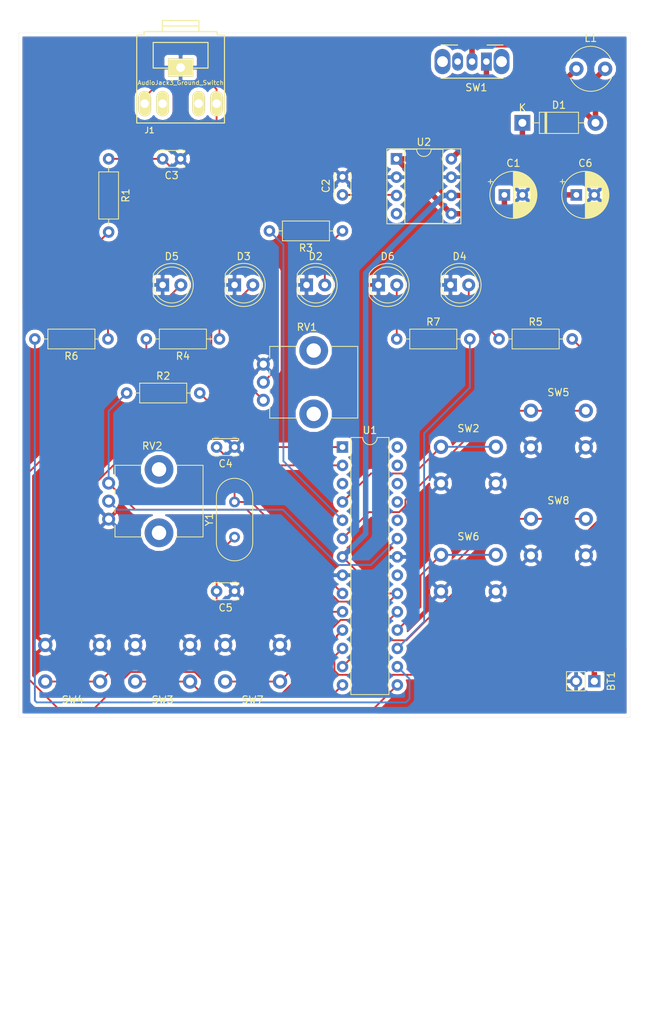
<source format=kicad_pcb>
(kicad_pcb (version 20171130) (host pcbnew "(5.0.1)-3")
  (title_block (title DrumKid) (rev v01) (company "Matt Bradshaw Design") (comment 4 "Author: Matt Bradshaw"))
  (layers (0 F.Cu signal) (31 B.Cu signal) (34 B.Paste user) (35 F.Paste user) (36 B.SilkS user) (37 F.SilkS user) (38 B.Mask user) (39 F.Mask user) (44 Edge.Cuts user))
  (net 0 "")
  (net 1 "Net-(BT1-Pad1)")
  (net 2 GND)
  (net 3 "Net-(C1-Pad1)")
  (net 4 "Net-(C2-Pad1)")
  (net 5 "Net-(C3-Pad2)")
  (net 6 "Net-(C4-Pad2)")
  (net 7 "Net-(C5-Pad2)")
  (net 8 +5V)
  (net 9 "Net-(D1-Pad2)")
  (net 10 "Net-(D2-Pad2)")
  (net 11 "Net-(D3-Pad2)")
  (net 12 "Net-(D4-Pad2)")
  (net 13 "Net-(D5-Pad2)")
  (net 14 "Net-(D6-Pad2)")
  (net 15 "Net-(J1-PadR)")
  (net 16 "Net-(J1-PadRN)")
  (net 17 "Net-(J1-PadTN)")
  (net 18 "Net-(R1-Pad2)")
  (net 19 "Net-(R2-Pad2)")
  (net 20 "Net-(R3-Pad2)")
  (net 21 "Net-(R4-Pad2)")
  (net 22 "Net-(R5-Pad2)")
  (net 23 "Net-(R6-Pad2)")
  (net 24 "Net-(R7-Pad2)")
  (net 25 "Net-(RV2-Pad2)")
  (net 26 "Net-(SW1-Pad3)")
  (net 27 "Net-(SW2-Pad1)")
  (net 28 "Net-(SW3-Pad1)")
  (net 29 "Net-(SW4-Pad1)")
  (net 30 "Net-(SW5-Pad1)")
  (net 31 "Net-(SW6-Pad1)")
  (net 32 "Net-(SW7-Pad1)")
  (net 33 "Net-(SW8-Pad1)")
  (net 34 "Net-(U1-Pad3)")
  (net 35 "Net-(U1-Pad21)")
  (net 36 "Net-(U1-Pad24)")
  (net 37 "Net-(U1-Pad25)")
  (net 38 "Net-(U1-Pad26)")
  (net 39 "Net-(U1-Pad27)")
  (net 40 "Net-(U1-Pad28)")
  (net 41 "Net-(U2-Pad4)")
  (module Connector_PinHeader_2.54mm:PinHeader_1x02_P2.54mm_Vertical (layer F.Cu) (at 125 120 270)
    (fp_text reference BT1 (at 0 -2.33 270) (layer F.SilkS))
    (fp_text value Battery)
    (pad 1 thru_hole rect (at 0 0 270) (size 1.7 1.7) (drill 1) (layers *.Cu *.Mask) (net 1 "Net-(BT1-Pad1)"))
    (pad 2 thru_hole oval (at 0 2.54 270) (size 1.7 1.7) (drill 1) (layers *.Cu *.Mask) (net 2 GND))
  )
  (module Capacitor_THT:CP_Radial_D6.3mm_P2.50mm (layer F.Cu) (at 112.5 52.5)
    (fp_text reference C1 (at 1.25 -4.4) (layer F.SilkS))
    (fp_text value 150uF)
    (pad 1 thru_hole rect (at 0 0) (size 1.6 1.6) (drill 0.8) (layers *.Cu *.Mask) (net 3 "Net-(C1-Pad1)"))
    (pad 2 thru_hole circle (at 2.5 0) (size 1.6 1.6) (drill 0.8) (layers *.Cu *.Mask) (net 2 GND))
  )
  (module Capacitor_THT:C_Disc_D3.4mm_W2.1mm_P2.50mm (layer F.Cu) (at 90 52.5 90)
    (fp_text reference C2 (at 1.25 -2.3 90) (layer F.SilkS))
    (fp_text value 0.1uF)
    (pad 2 thru_hole circle (at 2.5 0 90) (size 1.6 1.6) (drill 0.8) (layers *.Cu *.Mask) (net 2 GND))
    (pad 1 thru_hole circle (at 0 0 90) (size 1.6 1.6) (drill 0.8) (layers *.Cu *.Mask) (net 4 "Net-(C2-Pad1)"))
  )
  (module Capacitor_THT:C_Disc_D3.4mm_W2.1mm_P2.50mm (layer F.Cu) (at 67.5 47.5 180)
    (fp_text reference C3 (at 1.25 -2.3 180) (layer F.SilkS))
    (fp_text value 0.1uF)
    (pad 1 thru_hole circle (at 0 0 180) (size 1.6 1.6) (drill 0.8) (layers *.Cu *.Mask) (net 2 GND))
    (pad 2 thru_hole circle (at 2.5 0 180) (size 1.6 1.6) (drill 0.8) (layers *.Cu *.Mask) (net 5 "Net-(C3-Pad2)"))
  )
  (module Capacitor_THT:C_Disc_D3.4mm_W2.1mm_P2.50mm (layer F.Cu) (at 75 87.5 180)
    (fp_text reference C4 (at 1.25 -2.3 180) (layer F.SilkS))
    (fp_text value 22pF)
    (pad 2 thru_hole circle (at 2.5 0 180) (size 1.6 1.6) (drill 0.8) (layers *.Cu *.Mask) (net 6 "Net-(C4-Pad2)"))
    (pad 1 thru_hole circle (at 0 0 180) (size 1.6 1.6) (drill 0.8) (layers *.Cu *.Mask) (net 2 GND))
  )
  (module Capacitor_THT:C_Disc_D3.4mm_W2.1mm_P2.50mm (layer F.Cu) (at 75 107.5 180)
    (fp_text reference C5 (at 1.25 -2.3 180) (layer F.SilkS))
    (fp_text value 22pF)
    (pad 1 thru_hole circle (at 0 0 180) (size 1.6 1.6) (drill 0.8) (layers *.Cu *.Mask) (net 2 GND))
    (pad 2 thru_hole circle (at 2.5 0 180) (size 1.6 1.6) (drill 0.8) (layers *.Cu *.Mask) (net 7 "Net-(C5-Pad2)"))
  )
  (module Capacitor_THT:CP_Radial_D6.3mm_P2.50mm (layer F.Cu) (at 122.5 52.5)
    (fp_text reference C6 (at 1.25 -4.4) (layer F.SilkS))
    (fp_text value 100uF)
    (pad 2 thru_hole circle (at 2.5 0) (size 1.6 1.6) (drill 0.8) (layers *.Cu *.Mask) (net 2 GND))
    (pad 1 thru_hole rect (at 0 0) (size 1.6 1.6) (drill 0.8) (layers *.Cu *.Mask) (net 8 +5V))
  )
  (module Diode_THT:D_DO-41_SOD81_P10.16mm_Horizontal (layer F.Cu) (at 115 42.5)
    (fp_text reference D1 (at 5.08 -2.47) (layer F.SilkS))
    (fp_text value 1N5817)
    (fp_text user K (at 0 -2.1) (layer F.SilkS))
    (pad 1 thru_hole rect (at 0 0) (size 2.2 2.2) (drill 1.1) (layers *.Cu *.Mask) (net 8 +5V))
    (pad 2 thru_hole oval (at 10.16 0) (size 2.2 2.2) (drill 1.1) (layers *.Cu *.Mask) (net 9 "Net-(D1-Pad2)"))
  )
  (module LED_THT:LED_D5.0mm (layer F.Cu) (at 85 65)
    (fp_text reference D2 (at 1.27 -3.96) (layer F.SilkS))
    (fp_text value LED)
    (pad 1 thru_hole rect (at 0 0) (size 1.8 1.8) (drill 0.9) (layers *.Cu *.Mask) (net 2 GND))
    (pad 2 thru_hole circle (at 2.54 0) (size 1.8 1.8) (drill 0.9) (layers *.Cu *.Mask) (net 10 "Net-(D2-Pad2)"))
  )
  (module LED_THT:LED_D5.0mm (layer F.Cu) (at 75 65)
    (fp_text reference D3 (at 1.27 -3.96) (layer F.SilkS))
    (fp_text value LED)
    (pad 2 thru_hole circle (at 2.54 0) (size 1.8 1.8) (drill 0.9) (layers *.Cu *.Mask) (net 11 "Net-(D3-Pad2)"))
    (pad 1 thru_hole rect (at 0 0) (size 1.8 1.8) (drill 0.9) (layers *.Cu *.Mask) (net 2 GND))
  )
  (module LED_THT:LED_D5.0mm (layer F.Cu) (at 105 65)
    (fp_text reference D4 (at 1.27 -3.96) (layer F.SilkS))
    (fp_text value LED)
    (pad 1 thru_hole rect (at 0 0) (size 1.8 1.8) (drill 0.9) (layers *.Cu *.Mask) (net 2 GND))
    (pad 2 thru_hole circle (at 2.54 0) (size 1.8 1.8) (drill 0.9) (layers *.Cu *.Mask) (net 12 "Net-(D4-Pad2)"))
  )
  (module LED_THT:LED_D5.0mm (layer F.Cu) (at 65 65)
    (fp_text reference D5 (at 1.27 -3.96) (layer F.SilkS))
    (fp_text value LED)
    (pad 2 thru_hole circle (at 2.54 0) (size 1.8 1.8) (drill 0.9) (layers *.Cu *.Mask) (net 13 "Net-(D5-Pad2)"))
    (pad 1 thru_hole rect (at 0 0) (size 1.8 1.8) (drill 0.9) (layers *.Cu *.Mask) (net 2 GND))
  )
  (module LED_THT:LED_D5.0mm (layer F.Cu) (at 95 65)
    (fp_text reference D6 (at 1.27 -3.96) (layer F.SilkS))
    (fp_text value LED)
    (pad 1 thru_hole rect (at 0 0) (size 1.8 1.8) (drill 0.9) (layers *.Cu *.Mask) (net 2 GND))
    (pad 2 thru_hole circle (at 2.54 0) (size 1.8 1.8) (drill 0.9) (layers *.Cu *.Mask) (net 14 "Net-(D6-Pad2)"))
  )
  (module headphone:Tayda_3.5mm_stereo_TRS_jack_A-853 (layer F.Cu) (at 67.5 36.424)
    (fp_text reference J1 (at -4.318 7.112) (layer F.SilkS) (effects (font (size 0.8 0.8))))
    (fp_text value AudioJack3_Ground_Switch (at 0 0.508) (layer F.SilkS) (effects (font (size 0.6 0.6) (thickness 0.1))))
    (pad S thru_hole rect (at 0 -1.596) (size 3.5 2.5) (drill 1.2) (layers *.Cu *.Mask F.SilkS) (net 2 GND))
    (pad R thru_hole oval (at 5 3.41) (size 1.75 3.5) (drill 1.2) (layers *.Cu *.Mask F.SilkS) (net 15 "Net-(J1-PadR)"))
    (pad T thru_hole oval (at -5 3.41) (size 1.75 3.5) (drill 1.2) (layers *.Cu *.Mask F.SilkS) (net 15 "Net-(J1-PadR)"))
    (pad RN thru_hole oval (at 2.5 3.41) (size 1.75 3.5) (drill 1.2) (layers *.Cu *.Mask F.SilkS) (net 16 "Net-(J1-PadRN)"))
    (pad TN thru_hole oval (at -2.5 3.41) (size 1.75 3.5) (drill 1.2) (layers *.Cu *.Mask F.SilkS) (net 17 "Net-(J1-PadTN)"))
  )
  (module Inductor_THT:L_Radial_D6.0mm_P4.00mm (layer F.Cu) (at 122.5 35)
    (fp_text reference L1 (at 2 -4.25) (layer F.SilkS))
    (fp_text value 22uH)
    (pad 1 thru_hole circle (at 0 0) (size 2 2) (drill 1) (layers *.Cu *.Mask) (net 3 "Net-(C1-Pad1)"))
    (pad 2 thru_hole circle (at 4 0) (size 2 2) (drill 1) (layers *.Cu *.Mask) (net 9 "Net-(D1-Pad2)"))
  )
  (module Resistor_THT:R_Axial_DIN0207_L6.3mm_D2.5mm_P10.16mm_Horizontal (layer F.Cu) (at 57.5 47.5 270)
    (fp_text reference R1 (at 5.08 -2.37 270) (layer F.SilkS))
    (fp_text value 220)
    (pad 1 thru_hole circle (at 0 0 270) (size 1.6 1.6) (drill 0.8) (layers *.Cu *.Mask) (net 5 "Net-(C3-Pad2)"))
    (pad 2 thru_hole oval (at 10.16 0 270) (size 1.6 1.6) (drill 0.8) (layers *.Cu *.Mask) (net 18 "Net-(R1-Pad2)"))
  )
  (module Resistor_THT:R_Axial_DIN0207_L6.3mm_D2.5mm_P10.16mm_Horizontal (layer F.Cu) (at 60 80)
    (fp_text reference R2 (at 5.08 -2.37) (layer F.SilkS))
    (fp_text value 10K)
    (pad 2 thru_hole oval (at 10.16 0) (size 1.6 1.6) (drill 0.8) (layers *.Cu *.Mask) (net 19 "Net-(R2-Pad2)"))
    (pad 1 thru_hole circle (at 0 0) (size 1.6 1.6) (drill 0.8) (layers *.Cu *.Mask) (net 8 +5V))
  )
  (module Resistor_THT:R_Axial_DIN0207_L6.3mm_D2.5mm_P10.16mm_Horizontal (layer F.Cu) (at 90 57.5 180)
    (fp_text reference R3 (at 5.08 -2.37 180) (layer F.SilkS))
    (fp_text value 150)
    (pad 1 thru_hole circle (at 0 0 180) (size 1.6 1.6) (drill 0.8) (layers *.Cu *.Mask) (net 10 "Net-(D2-Pad2)"))
    (pad 2 thru_hole oval (at 10.16 0 180) (size 1.6 1.6) (drill 0.8) (layers *.Cu *.Mask) (net 20 "Net-(R3-Pad2)"))
  )
  (module Resistor_THT:R_Axial_DIN0207_L6.3mm_D2.5mm_P10.16mm_Horizontal (layer F.Cu) (at 72.898 72.5 180)
    (fp_text reference R4 (at 5.08 -2.37 180) (layer F.SilkS))
    (fp_text value 150)
    (pad 2 thru_hole oval (at 10.16 0 180) (size 1.6 1.6) (drill 0.8) (layers *.Cu *.Mask) (net 21 "Net-(R4-Pad2)"))
    (pad 1 thru_hole circle (at 0 0 180) (size 1.6 1.6) (drill 0.8) (layers *.Cu *.Mask) (net 11 "Net-(D3-Pad2)"))
  )
  (module Resistor_THT:R_Axial_DIN0207_L6.3mm_D2.5mm_P10.16mm_Horizontal (layer F.Cu) (at 111.76 72.5)
    (fp_text reference R5 (at 5.08 -2.37) (layer F.SilkS))
    (fp_text value 150)
    (pad 1 thru_hole circle (at 0 0) (size 1.6 1.6) (drill 0.8) (layers *.Cu *.Mask) (net 12 "Net-(D4-Pad2)"))
    (pad 2 thru_hole oval (at 10.16 0) (size 1.6 1.6) (drill 0.8) (layers *.Cu *.Mask) (net 22 "Net-(R5-Pad2)"))
  )
  (module Resistor_THT:R_Axial_DIN0207_L6.3mm_D2.5mm_P10.16mm_Horizontal (layer F.Cu) (at 57.404 72.5 180)
    (fp_text reference R6 (at 5.08 -2.37 180) (layer F.SilkS))
    (fp_text value 150)
    (pad 2 thru_hole oval (at 10.16 0 180) (size 1.6 1.6) (drill 0.8) (layers *.Cu *.Mask) (net 23 "Net-(R6-Pad2)"))
    (pad 1 thru_hole circle (at 0 0 180) (size 1.6 1.6) (drill 0.8) (layers *.Cu *.Mask) (net 13 "Net-(D5-Pad2)"))
  )
  (module Resistor_THT:R_Axial_DIN0207_L6.3mm_D2.5mm_P10.16mm_Horizontal (layer F.Cu) (at 97.536 72.5)
    (fp_text reference R7 (at 5.08 -2.37) (layer F.SilkS))
    (fp_text value 150)
    (pad 1 thru_hole circle (at 0 0) (size 1.6 1.6) (drill 0.8) (layers *.Cu *.Mask) (net 14 "Net-(D6-Pad2)"))
    (pad 2 thru_hole oval (at 10.16 0) (size 1.6 1.6) (drill 0.8) (layers *.Cu *.Mask) (net 24 "Net-(R7-Pad2)"))
  )
  (module Potentiometer_THT:Potentiometer_Bourns_PTV09A-1_Single_Vertical (layer F.Cu) (at 79 81)
    (fp_text reference RV1 (at 6.05 -10.15) (layer F.SilkS))
    (fp_text value 10K)
    (pad 3 thru_hole circle (at 0 -5) (size 1.8 1.8) (drill 1) (layers *.Cu *.Mask) (net 2 GND))
    (pad 2 thru_hole circle (at 0 -2.5) (size 1.8 1.8) (drill 1) (layers *.Cu *.Mask) (net 15 "Net-(J1-PadR)"))
    (pad 1 thru_hole circle (at 0 0) (size 1.8 1.8) (drill 1) (layers *.Cu *.Mask) (net 5 "Net-(C3-Pad2)"))
    (pad "" np_thru_hole circle (at 7 -6.9) (size 4 4) (drill 2) (layers *.Cu *.Mask))
    (pad "" np_thru_hole circle (at 7 1.9) (size 4 4) (drill 2) (layers *.Cu *.Mask))
  )
  (module Potentiometer_THT:Potentiometer_Bourns_PTV09A-1_Single_Vertical (layer F.Cu) (at 57.5 97.5)
    (fp_text reference RV2 (at 6.05 -10.15) (layer F.SilkS))
    (fp_text value 10K)
    (pad "" np_thru_hole circle (at 7 1.9) (size 4 4) (drill 2) (layers *.Cu *.Mask))
    (pad "" np_thru_hole circle (at 7 -6.9) (size 4 4) (drill 2) (layers *.Cu *.Mask))
    (pad 1 thru_hole circle (at 0 0) (size 1.8 1.8) (drill 1) (layers *.Cu *.Mask) (net 2 GND))
    (pad 2 thru_hole circle (at 0 -2.5) (size 1.8 1.8) (drill 1) (layers *.Cu *.Mask) (net 25 "Net-(RV2-Pad2)"))
    (pad 3 thru_hole circle (at 0 -5) (size 1.8 1.8) (drill 1) (layers *.Cu *.Mask) (net 8 +5V))
  )
  (module Button_Switch_THT:SW_CuK_OS102011MA1QN1_SPDT_Angled (layer F.Cu) (at 110 34 180)
    (fp_text reference SW1 (at 1.4 -3.6 180) (layer F.SilkS))
    (fp_text value SW_SPDT)
    (pad 1 thru_hole rect (at 0 0 180) (size 1.5 2.5) (drill 0.9) (layers *.Cu *.Mask) (net 3 "Net-(C1-Pad1)"))
    (pad 2 thru_hole oval (at 2 0 180) (size 1.5 2.5) (drill 0.9) (layers *.Cu *.Mask) (net 1 "Net-(BT1-Pad1)"))
    (pad 3 thru_hole oval (at 4 0 180) (size 1.5 2.5) (drill 0.9) (layers *.Cu *.Mask) (net 26 "Net-(SW1-Pad3)"))
    (pad "" thru_hole oval (at -2.1 0 180) (size 2.2 3.5) (drill 1.5) (layers *.Cu *.Mask))
    (pad "" thru_hole oval (at 6.1 0 180) (size 2.2 3.5) (drill 1.5) (layers *.Cu *.Mask))
  )
  (module softtactile:SOFT_TACTILE_2 (layer F.Cu) (at 107.5 90)
    (fp_text reference SW2 (at 0 -5.08) (layer F.SilkS))
    (fp_text value SW_SPST)
    (pad 2 thru_hole circle (at -3.81 2.54 90) (size 2 2) (drill 1.1) (layers *.Cu *.Mask) (net 2 GND))
    (pad 1 thru_hole circle (at -3.81 -2.54 90) (size 2 2) (drill 1.1) (layers *.Cu *.Mask) (net 27 "Net-(SW2-Pad1)"))
    (pad 2 thru_hole circle (at 3.81 2.54 90) (size 2 2) (drill 1.1) (layers *.Cu *.Mask) (net 2 GND))
    (pad 1 thru_hole circle (at 3.81 -2.54 90) (size 2 2) (drill 1.1) (layers *.Cu *.Mask) (net 27 "Net-(SW2-Pad1)"))
  )
  (module softtactile:SOFT_TACTILE_2 (layer F.Cu) (at 65 117.5 180)
    (fp_text reference SW3 (at 0 -5.08 180) (layer F.SilkS))
    (fp_text value SW_SPST)
    (pad 2 thru_hole circle (at -3.81 2.54 270) (size 2 2) (drill 1.1) (layers *.Cu *.Mask) (net 2 GND))
    (pad 1 thru_hole circle (at -3.81 -2.54 270) (size 2 2) (drill 1.1) (layers *.Cu *.Mask) (net 28 "Net-(SW3-Pad1)"))
    (pad 2 thru_hole circle (at 3.81 2.54 270) (size 2 2) (drill 1.1) (layers *.Cu *.Mask) (net 2 GND))
    (pad 1 thru_hole circle (at 3.81 -2.54 270) (size 2 2) (drill 1.1) (layers *.Cu *.Mask) (net 28 "Net-(SW3-Pad1)"))
  )
  (module softtactile:SOFT_TACTILE_2 (layer F.Cu) (at 52.5 117.5 180)
    (fp_text reference SW4 (at 0 -5.08 180) (layer F.SilkS))
    (fp_text value SW_SPST)
    (pad 1 thru_hole circle (at 3.81 -2.54 270) (size 2 2) (drill 1.1) (layers *.Cu *.Mask) (net 29 "Net-(SW4-Pad1)"))
    (pad 2 thru_hole circle (at 3.81 2.54 270) (size 2 2) (drill 1.1) (layers *.Cu *.Mask) (net 2 GND))
    (pad 1 thru_hole circle (at -3.81 -2.54 270) (size 2 2) (drill 1.1) (layers *.Cu *.Mask) (net 29 "Net-(SW4-Pad1)"))
    (pad 2 thru_hole circle (at -3.81 2.54 270) (size 2 2) (drill 1.1) (layers *.Cu *.Mask) (net 2 GND))
  )
  (module softtactile:SOFT_TACTILE_2 (layer F.Cu) (at 120 85)
    (fp_text reference SW5 (at 0 -5.08) (layer F.SilkS))
    (fp_text value SW_SPST)
    (pad 2 thru_hole circle (at -3.81 2.54 90) (size 2 2) (drill 1.1) (layers *.Cu *.Mask) (net 2 GND))
    (pad 1 thru_hole circle (at -3.81 -2.54 90) (size 2 2) (drill 1.1) (layers *.Cu *.Mask) (net 30 "Net-(SW5-Pad1)"))
    (pad 2 thru_hole circle (at 3.81 2.54 90) (size 2 2) (drill 1.1) (layers *.Cu *.Mask) (net 2 GND))
    (pad 1 thru_hole circle (at 3.81 -2.54 90) (size 2 2) (drill 1.1) (layers *.Cu *.Mask) (net 30 "Net-(SW5-Pad1)"))
  )
  (module softtactile:SOFT_TACTILE_2 (layer F.Cu) (at 107.5 105)
    (fp_text reference SW6 (at 0 -5.08) (layer F.SilkS))
    (fp_text value SW_SPST)
    (pad 1 thru_hole circle (at 3.81 -2.54 90) (size 2 2) (drill 1.1) (layers *.Cu *.Mask) (net 31 "Net-(SW6-Pad1)"))
    (pad 2 thru_hole circle (at 3.81 2.54 90) (size 2 2) (drill 1.1) (layers *.Cu *.Mask) (net 2 GND))
    (pad 1 thru_hole circle (at -3.81 -2.54 90) (size 2 2) (drill 1.1) (layers *.Cu *.Mask) (net 31 "Net-(SW6-Pad1)"))
    (pad 2 thru_hole circle (at -3.81 2.54 90) (size 2 2) (drill 1.1) (layers *.Cu *.Mask) (net 2 GND))
  )
  (module softtactile:SOFT_TACTILE_2 (layer F.Cu) (at 77.5 117.5 180)
    (fp_text reference SW7 (at 0 -5.08 180) (layer F.SilkS))
    (fp_text value SW_SPST)
    (pad 2 thru_hole circle (at -3.81 2.54 270) (size 2 2) (drill 1.1) (layers *.Cu *.Mask) (net 2 GND))
    (pad 1 thru_hole circle (at -3.81 -2.54 270) (size 2 2) (drill 1.1) (layers *.Cu *.Mask) (net 32 "Net-(SW7-Pad1)"))
    (pad 2 thru_hole circle (at 3.81 2.54 270) (size 2 2) (drill 1.1) (layers *.Cu *.Mask) (net 2 GND))
    (pad 1 thru_hole circle (at 3.81 -2.54 270) (size 2 2) (drill 1.1) (layers *.Cu *.Mask) (net 32 "Net-(SW7-Pad1)"))
  )
  (module softtactile:SOFT_TACTILE_2 (layer F.Cu) (at 120 100)
    (fp_text reference SW8 (at 0 -5.08) (layer F.SilkS))
    (fp_text value SW_SPST)
    (pad 1 thru_hole circle (at 3.81 -2.54 90) (size 2 2) (drill 1.1) (layers *.Cu *.Mask) (net 33 "Net-(SW8-Pad1)"))
    (pad 2 thru_hole circle (at 3.81 2.54 90) (size 2 2) (drill 1.1) (layers *.Cu *.Mask) (net 2 GND))
    (pad 1 thru_hole circle (at -3.81 -2.54 90) (size 2 2) (drill 1.1) (layers *.Cu *.Mask) (net 33 "Net-(SW8-Pad1)"))
    (pad 2 thru_hole circle (at -3.81 2.54 90) (size 2 2) (drill 1.1) (layers *.Cu *.Mask) (net 2 GND))
  )
  (module Package_DIP:DIP-28_W7.62mm (layer F.Cu) (at 90 87.5)
    (fp_text reference U1 (at 3.81 -2.33) (layer F.SilkS))
    (fp_text value ATmega328P-PU)
    (pad 1 thru_hole rect (at 0 0) (size 1.6 1.6) (drill 0.8) (layers *.Cu *.Mask) (net 19 "Net-(R2-Pad2)"))
    (pad 15 thru_hole oval (at 7.62 33.02) (size 1.6 1.6) (drill 0.8) (layers *.Cu *.Mask) (net 18 "Net-(R1-Pad2)"))
    (pad 2 thru_hole oval (at 0 2.54) (size 1.6 1.6) (drill 0.8) (layers *.Cu *.Mask) (net 29 "Net-(SW4-Pad1)"))
    (pad 16 thru_hole oval (at 7.62 30.48) (size 1.6 1.6) (drill 0.8) (layers *.Cu *.Mask) (net 23 "Net-(R6-Pad2)"))
    (pad 3 thru_hole oval (at 0 5.08) (size 1.6 1.6) (drill 0.8) (layers *.Cu *.Mask) (net 34 "Net-(U1-Pad3)"))
    (pad 17 thru_hole oval (at 7.62 27.94) (size 1.6 1.6) (drill 0.8) (layers *.Cu *.Mask) (net 24 "Net-(R7-Pad2)"))
    (pad 4 thru_hole oval (at 0 7.62) (size 1.6 1.6) (drill 0.8) (layers *.Cu *.Mask) (net 27 "Net-(SW2-Pad1)"))
    (pad 18 thru_hole oval (at 7.62 25.4) (size 1.6 1.6) (drill 0.8) (layers *.Cu *.Mask) (net 31 "Net-(SW6-Pad1)"))
    (pad 5 thru_hole oval (at 0 10.16) (size 1.6 1.6) (drill 0.8) (layers *.Cu *.Mask) (net 20 "Net-(R3-Pad2)"))
    (pad 19 thru_hole oval (at 7.62 22.86) (size 1.6 1.6) (drill 0.8) (layers *.Cu *.Mask) (net 32 "Net-(SW7-Pad1)"))
    (pad 6 thru_hole oval (at 0 12.7) (size 1.6 1.6) (drill 0.8) (layers *.Cu *.Mask) (net 30 "Net-(SW5-Pad1)"))
    (pad 20 thru_hole oval (at 7.62 20.32) (size 1.6 1.6) (drill 0.8) (layers *.Cu *.Mask) (net 8 +5V))
    (pad 7 thru_hole oval (at 0 15.24) (size 1.6 1.6) (drill 0.8) (layers *.Cu *.Mask) (net 8 +5V))
    (pad 21 thru_hole oval (at 7.62 17.78) (size 1.6 1.6) (drill 0.8) (layers *.Cu *.Mask) (net 35 "Net-(U1-Pad21)"))
    (pad 8 thru_hole oval (at 0 17.78) (size 1.6 1.6) (drill 0.8) (layers *.Cu *.Mask) (net 2 GND))
    (pad 22 thru_hole oval (at 7.62 15.24) (size 1.6 1.6) (drill 0.8) (layers *.Cu *.Mask) (net 2 GND))
    (pad 9 thru_hole oval (at 0 20.32) (size 1.6 1.6) (drill 0.8) (layers *.Cu *.Mask) (net 6 "Net-(C4-Pad2)"))
    (pad 23 thru_hole oval (at 7.62 12.7) (size 1.6 1.6) (drill 0.8) (layers *.Cu *.Mask) (net 25 "Net-(RV2-Pad2)"))
    (pad 10 thru_hole oval (at 0 22.86) (size 1.6 1.6) (drill 0.8) (layers *.Cu *.Mask) (net 7 "Net-(C5-Pad2)"))
    (pad 24 thru_hole oval (at 7.62 10.16) (size 1.6 1.6) (drill 0.8) (layers *.Cu *.Mask) (net 36 "Net-(U1-Pad24)"))
    (pad 11 thru_hole oval (at 0 25.4) (size 1.6 1.6) (drill 0.8) (layers *.Cu *.Mask) (net 21 "Net-(R4-Pad2)"))
    (pad 25 thru_hole oval (at 7.62 7.62) (size 1.6 1.6) (drill 0.8) (layers *.Cu *.Mask) (net 37 "Net-(U1-Pad25)"))
    (pad 12 thru_hole oval (at 0 27.94) (size 1.6 1.6) (drill 0.8) (layers *.Cu *.Mask) (net 22 "Net-(R5-Pad2)"))
    (pad 26 thru_hole oval (at 7.62 5.08) (size 1.6 1.6) (drill 0.8) (layers *.Cu *.Mask) (net 38 "Net-(U1-Pad26)"))
    (pad 13 thru_hole oval (at 0 30.48) (size 1.6 1.6) (drill 0.8) (layers *.Cu *.Mask) (net 33 "Net-(SW8-Pad1)"))
    (pad 27 thru_hole oval (at 7.62 2.54) (size 1.6 1.6) (drill 0.8) (layers *.Cu *.Mask) (net 39 "Net-(U1-Pad27)"))
    (pad 14 thru_hole oval (at 0 33.02) (size 1.6 1.6) (drill 0.8) (layers *.Cu *.Mask) (net 28 "Net-(SW3-Pad1)"))
    (pad 28 thru_hole oval (at 7.62 0) (size 1.6 1.6) (drill 0.8) (layers *.Cu *.Mask) (net 40 "Net-(U1-Pad28)"))
  )
  (module Package_DIP:DIP-8_W7.62mm_Socket (layer F.Cu) (at 97.5 47.5)
    (fp_text reference U2 (at 3.81 -2.33) (layer F.SilkS))
    (fp_text value MAX756)
    (pad 1 thru_hole rect (at 0 0) (size 1.6 1.6) (drill 0.8) (layers *.Cu *.Mask) (net 3 "Net-(C1-Pad1)"))
    (pad 5 thru_hole oval (at 7.62 7.62) (size 1.6 1.6) (drill 0.8) (layers *.Cu *.Mask) (net 3 "Net-(C1-Pad1)"))
    (pad 2 thru_hole oval (at 0 2.54) (size 1.6 1.6) (drill 0.8) (layers *.Cu *.Mask) (net 2 GND))
    (pad 6 thru_hole oval (at 7.62 5.08) (size 1.6 1.6) (drill 0.8) (layers *.Cu *.Mask) (net 8 +5V))
    (pad 3 thru_hole oval (at 0 5.08) (size 1.6 1.6) (drill 0.8) (layers *.Cu *.Mask) (net 4 "Net-(C2-Pad1)"))
    (pad 7 thru_hole oval (at 7.62 2.54) (size 1.6 1.6) (drill 0.8) (layers *.Cu *.Mask) (net 2 GND))
    (pad 4 thru_hole oval (at 0 7.62) (size 1.6 1.6) (drill 0.8) (layers *.Cu *.Mask) (net 41 "Net-(U2-Pad4)"))
    (pad 8 thru_hole oval (at 7.62 0) (size 1.6 1.6) (drill 0.8) (layers *.Cu *.Mask) (net 9 "Net-(D1-Pad2)"))
  )
  (module Crystal:Crystal_HC49-4H_Vertical (layer F.Cu) (at 75 100 90)
    (fp_text reference Y1 (at 2.44 -3.525 90) (layer F.SilkS))
    (fp_text value 16MHz)
    (pad 1 thru_hole circle (at 0 0 90) (size 1.5 1.5) (drill 0.8) (layers *.Cu *.Mask) (net 7 "Net-(C5-Pad2)"))
    (pad 2 thru_hole circle (at 4.88 0 90) (size 1.5 1.5) (drill 0.8) (layers *.Cu *.Mask) (net 6 "Net-(C4-Pad2)"))
  )
  (gr_line (start 130 30) (end 45 30) (layer Edge.Cuts) (width 0.0254))
  (gr_line (start 130 125) (end 130 30) (layer Edge.Cuts) (width 0.0254))
  (gr_line (start 45 125) (end 130 125) (layer Edge.Cuts) (width 0.0254))
  (gr_line (start 45 30) (end 45 125) (layer Edge.Cuts) (width 0.0254))
  (segment (start 125 118.388) (end 128.778 114.61) (width 0.762) (layer F.Cu) (net 1))
  (segment (start 125 120) (end 125 118.388) (width 0.762) (layer F.Cu) (net 1))
  (segment (start 128.778 114.61) (end 128.778 33.528) (width 0.762) (layer F.Cu) (net 1))
  (segment (start 108 31.988) (end 108 34) (width 0.762) (layer F.Cu) (net 1))
  (segment (start 108.31901 31.66899) (end 108 31.988) (width 0.762) (layer F.Cu) (net 1))
  (segment (start 126.91899 31.66899) (end 108.31901 31.66899) (width 0.762) (layer F.Cu) (net 1))
  (segment (start 128.778 33.528) (end 126.91899 31.66899) (width 0.762) (layer F.Cu) (net 1))
  (segment (start 110 36.562) (end 110 36.012) (width 0.762) (layer F.Cu) (net 3))
  (segment (start 99.062 47.5) (end 110 36.562) (width 0.762) (layer F.Cu) (net 3))
  (segment (start 97.5 47.5) (end 99.062 47.5) (width 0.762) (layer F.Cu) (net 3))
  (segment (start 112.5 54.062) (end 112.5 52.5) (width 0.762) (layer F.Cu) (net 3))
  (segment (start 111.442 55.12) (end 112.5 54.062) (width 0.762) (layer F.Cu) (net 3))
  (segment (start 105.12 55.12) (end 111.442 55.12) (width 0.762) (layer F.Cu) (net 3))
  (segment (start 104.320001 54.320001) (end 97.5 47.5) (width 0.762) (layer F.Cu) (net 3))
  (segment (start 105.12 55.12) (end 104.320001 54.320001) (width 0.762) (layer F.Cu) (net 3))
  (segment (start 122.5 35) (end 118.638 38.862) (width 0.762) (layer F.Cu) (net 3))
  (segment (start 110 36.012) (end 110 34) (width 0.762) (layer F.Cu) (net 3))
  (segment (start 112.85 38.862) (end 110 36.012) (width 0.762) (layer F.Cu) (net 3))
  (segment (start 118.638 38.862) (end 112.85 38.862) (width 0.762) (layer F.Cu) (net 3))
  (segment (start 97.42 52.5) (end 97.5 52.58) (width 0.25) (layer F.Cu) (net 4))
  (segment (start 90 52.5) (end 97.42 52.5) (width 0.25) (layer F.Cu) (net 4))
  (segment (start 65 47.5) (end 57.5 47.5) (width 0.25) (layer F.Cu) (net 5))
  (segment (start 78.100001 80.100001) (end 79 81) (width 0.25) (layer F.Cu) (net 5))
  (segment (start 71.772999 73.772999) (end 78.100001 80.100001) (width 0.25) (layer F.Cu) (net 5))
  (segment (start 71.772999 54.272999) (end 71.772999 73.772999) (width 0.25) (layer F.Cu) (net 5))
  (segment (start 65 47.5) (end 71.772999 54.272999) (width 0.25) (layer F.Cu) (net 5))
  (segment (start 77.3 95.12) (end 90 107.82) (width 0.25) (layer F.Cu) (net 6))
  (segment (start 75 95.12) (end 77.3 95.12) (width 0.25) (layer F.Cu) (net 6))
  (segment (start 75 90) (end 72.5 87.5) (width 0.25) (layer F.Cu) (net 6))
  (segment (start 75 95.12) (end 75 90) (width 0.25) (layer F.Cu) (net 6))
  (segment (start 72.5 102.5) (end 72.5 107.5) (width 0.25) (layer F.Cu) (net 7))
  (segment (start 75 100) (end 72.5 102.5) (width 0.25) (layer F.Cu) (net 7))
  (segment (start 88.86863 110.36) (end 90 110.36) (width 0.25) (layer F.Cu) (net 7))
  (segment (start 74.22863 110.36) (end 88.86863 110.36) (width 0.25) (layer F.Cu) (net 7))
  (segment (start 72.5 108.63137) (end 74.22863 110.36) (width 0.25) (layer F.Cu) (net 7))
  (segment (start 72.5 107.5) (end 72.5 108.63137) (width 0.25) (layer F.Cu) (net 7))
  (segment (start 96.820001 108.619999) (end 97.62 107.82) (width 0.25) (layer F.Cu) (net 8))
  (segment (start 96.494999 108.945001) (end 96.820001 108.619999) (width 0.25) (layer F.Cu) (net 8))
  (segment (start 89.459999 108.945001) (end 96.494999 108.945001) (width 0.25) (layer F.Cu) (net 8))
  (segment (start 76.709999 96.195001) (end 89.459999 108.945001) (width 0.25) (layer F.Cu) (net 8))
  (segment (start 61.195001 96.195001) (end 76.709999 96.195001) (width 0.25) (layer F.Cu) (net 8))
  (segment (start 57.5 92.5) (end 61.195001 96.195001) (width 0.25) (layer F.Cu) (net 8))
  (segment (start 95.08 107.82) (end 90 102.74) (width 0.25) (layer F.Cu) (net 8))
  (segment (start 97.62 107.82) (end 95.08 107.82) (width 0.25) (layer F.Cu) (net 8))
  (segment (start 115 46.562) (end 115 44.362) (width 0.762) (layer F.Cu) (net 8))
  (segment (start 120.938 52.5) (end 115 46.562) (width 0.762) (layer F.Cu) (net 8))
  (segment (start 122.5 52.5) (end 120.938 52.5) (width 0.762) (layer F.Cu) (net 8))
  (segment (start 57.5 82.5) (end 60 80) (width 0.25) (layer B.Cu) (net 8))
  (segment (start 57.5 92.5) (end 57.5 82.5) (width 0.25) (layer B.Cu) (net 8))
  (segment (start 115 44.362) (end 115 42.5) (width 0.762) (layer F.Cu) (net 8))
  (segment (start 106.782 52.58) (end 115 44.362) (width 0.762) (layer F.Cu) (net 8))
  (segment (start 105.12 52.58) (end 106.782 52.58) (width 0.762) (layer F.Cu) (net 8))
  (segment (start 103.98863 52.58) (end 105.12 52.58) (width 0.762) (layer B.Cu) (net 8))
  (segment (start 93.218 63.35063) (end 103.98863 52.58) (width 0.762) (layer B.Cu) (net 8))
  (segment (start 93.218 99.522) (end 93.218 63.35063) (width 0.762) (layer B.Cu) (net 8))
  (segment (start 90 102.74) (end 93.218 99.522) (width 0.762) (layer B.Cu) (net 8))
  (segment (start 125.16 36.34) (end 126.5 35) (width 0.762) (layer F.Cu) (net 9))
  (segment (start 125.16 42.5) (end 125.16 36.34) (width 0.762) (layer F.Cu) (net 9))
  (segment (start 124.060001 41.400001) (end 125.16 42.5) (width 0.762) (layer F.Cu) (net 9))
  (segment (start 123.046 40.386) (end 124.060001 41.400001) (width 0.762) (layer F.Cu) (net 9))
  (segment (start 112.234 40.386) (end 123.046 40.386) (width 0.762) (layer F.Cu) (net 9))
  (segment (start 105.12 47.5) (end 112.234 40.386) (width 0.762) (layer F.Cu) (net 9))
  (segment (start 87.54 59.96) (end 87.54 65) (width 0.25) (layer F.Cu) (net 10))
  (segment (start 90 57.5) (end 87.54 59.96) (width 0.25) (layer F.Cu) (net 10))
  (segment (start 75.738 66.802) (end 77.54 65) (width 0.25) (layer F.Cu) (net 11))
  (segment (start 73.914 66.802) (end 75.738 66.802) (width 0.25) (layer F.Cu) (net 11))
  (segment (start 72.898 72.5) (end 72.898 67.818) (width 0.25) (layer F.Cu) (net 11))
  (segment (start 72.898 67.818) (end 73.914 66.802) (width 0.25) (layer F.Cu) (net 11))
  (segment (start 107.54 68.28) (end 107.54 65) (width 0.25) (layer F.Cu) (net 12))
  (segment (start 111.76 72.5) (end 107.54 68.28) (width 0.25) (layer F.Cu) (net 12))
  (segment (start 65.738 66.802) (end 67.54 65) (width 0.25) (layer F.Cu) (net 13))
  (segment (start 59.69 66.802) (end 65.738 66.802) (width 0.25) (layer F.Cu) (net 13))
  (segment (start 57.404 72.5) (end 57.404 69.088) (width 0.25) (layer F.Cu) (net 13))
  (segment (start 57.404 69.088) (end 59.69 66.802) (width 0.25) (layer F.Cu) (net 13))
  (segment (start 97.536 65.004) (end 97.54 65) (width 0.25) (layer F.Cu) (net 14))
  (segment (start 97.536 72.5) (end 97.536 65.004) (width 0.25) (layer F.Cu) (net 14))
  (segment (start 72.5 37.834) (end 72.004 37.338) (width 0.25) (layer F.Cu) (net 15))
  (segment (start 72.5 39.834) (end 72.5 37.834) (width 0.25) (layer F.Cu) (net 15))
  (segment (start 62.5 38.959) (end 62.5 39.834) (width 0.25) (layer F.Cu) (net 15))
  (segment (start 64.121 37.338) (end 62.5 38.959) (width 0.25) (layer F.Cu) (net 15))
  (segment (start 72.004 37.338) (end 64.121 37.338) (width 0.25) (layer F.Cu) (net 15))
  (segment (start 72.5 54.885002) (end 80.772 63.157002) (width 0.25) (layer F.Cu) (net 15))
  (segment (start 72.5 39.834) (end 72.5 54.885002) (width 0.25) (layer F.Cu) (net 15))
  (segment (start 80.772 76.728) (end 79 78.5) (width 0.25) (layer F.Cu) (net 15))
  (segment (start 80.772 63.157002) (end 80.772 76.728) (width 0.25) (layer F.Cu) (net 15))
  (segment (start 93.991991 124.148009) (end 47.047991 124.148009) (width 0.25) (layer F.Cu) (net 18))
  (segment (start 97.62 120.52) (end 93.991991 124.148009) (width 0.25) (layer F.Cu) (net 18))
  (segment (start 56.700001 58.459999) (end 57.5 57.66) (width 0.25) (layer F.Cu) (net 18))
  (segment (start 45.777991 69.382009) (end 56.700001 58.459999) (width 0.25) (layer F.Cu) (net 18))
  (segment (start 45.777991 122.878009) (end 45.777991 69.382009) (width 0.25) (layer F.Cu) (net 18))
  (segment (start 47.047991 124.148009) (end 45.777991 122.878009) (width 0.25) (layer F.Cu) (net 18))
  (segment (start 77.66 87.5) (end 90 87.5) (width 0.25) (layer F.Cu) (net 19))
  (segment (start 70.16 80) (end 77.66 87.5) (width 0.25) (layer F.Cu) (net 19))
  (segment (start 89.200001 96.860001) (end 90 97.66) (width 0.25) (layer B.Cu) (net 20))
  (segment (start 81.788 89.448) (end 89.200001 96.860001) (width 0.25) (layer B.Cu) (net 20))
  (segment (start 81.788 59.448) (end 81.788 89.448) (width 0.25) (layer B.Cu) (net 20))
  (segment (start 79.84 57.5) (end 81.788 59.448) (width 0.25) (layer B.Cu) (net 20))
  (segment (start 62.738 72.5) (end 62.738 74.676) (width 0.25) (layer F.Cu) (net 21))
  (segment (start 62.738 74.676) (end 46.228 91.186) (width 0.25) (layer F.Cu) (net 21))
  (segment (start 46.228 91.186) (end 46.228 119.539002) (width 0.25) (layer F.Cu) (net 21))
  (segment (start 46.228 119.539002) (end 50.386998 123.698) (width 0.25) (layer F.Cu) (net 21))
  (segment (start 89.200001 113.699999) (end 90 112.9) (width 0.25) (layer F.Cu) (net 21))
  (segment (start 89.200001 114.111001) (end 89.200001 113.699999) (width 0.25) (layer F.Cu) (net 21))
  (segment (start 81.587012 121.72399) (end 89.200001 114.111001) (width 0.25) (layer F.Cu) (net 21))
  (segment (start 72.454992 121.72399) (end 81.587012 121.72399) (width 0.25) (layer F.Cu) (net 21))
  (segment (start 69.446001 118.714999) (end 72.454992 121.72399) (width 0.25) (layer F.Cu) (net 21))
  (segment (start 60.553999 118.714999) (end 69.446001 118.714999) (width 0.25) (layer F.Cu) (net 21))
  (segment (start 55.570998 123.698) (end 60.553999 118.714999) (width 0.25) (layer F.Cu) (net 21))
  (segment (start 50.386998 123.698) (end 55.570998 123.698) (width 0.25) (layer F.Cu) (net 21))
  (segment (start 89.200001 116.239999) (end 90 115.44) (width 0.25) (layer F.Cu) (net 22))
  (segment (start 88.874999 116.565001) (end 89.200001 116.239999) (width 0.25) (layer F.Cu) (net 22))
  (segment (start 88.874999 118.520001) (end 88.874999 116.565001) (width 0.25) (layer F.Cu) (net 22))
  (segment (start 89.459999 119.105001) (end 88.874999 118.520001) (width 0.25) (layer F.Cu) (net 22))
  (segment (start 104.126001 119.105001) (end 89.459999 119.105001) (width 0.25) (layer F.Cu) (net 22))
  (segment (start 127 96.231002) (end 104.126001 119.105001) (width 0.25) (layer F.Cu) (net 22))
  (segment (start 127 77.58) (end 127 96.231002) (width 0.25) (layer F.Cu) (net 22))
  (segment (start 121.92 72.5) (end 127 77.58) (width 0.25) (layer F.Cu) (net 22))
  (segment (start 47.244 72.5) (end 47.244 122.682) (width 0.25) (layer B.Cu) (net 23))
  (segment (start 47.244 122.682) (end 47.498 122.936) (width 0.25) (layer B.Cu) (net 23))
  (segment (start 47.498 122.936) (end 98.806 122.936) (width 0.25) (layer B.Cu) (net 23))
  (segment (start 98.806 122.936) (end 99.314 122.428) (width 0.25) (layer B.Cu) (net 23))
  (segment (start 99.314 119.674) (end 97.62 117.98) (width 0.25) (layer B.Cu) (net 23))
  (segment (start 99.314 122.428) (end 99.314 119.674) (width 0.25) (layer B.Cu) (net 23))
  (segment (start 107.696 72.5) (end 107.696 79.248) (width 0.25) (layer B.Cu) (net 24))
  (segment (start 107.696 79.248) (end 101.346 85.598) (width 0.25) (layer B.Cu) (net 24))
  (segment (start 101.346 111.714) (end 97.62 115.44) (width 0.25) (layer B.Cu) (net 24))
  (segment (start 101.346 85.598) (end 101.346 111.714) (width 0.25) (layer B.Cu) (net 24))
  (segment (start 96.820001 100.999999) (end 97.62 100.2) (width 0.25) (layer B.Cu) (net 25))
  (segment (start 93.954999 103.865001) (end 96.820001 100.999999) (width 0.25) (layer B.Cu) (net 25))
  (segment (start 89.387001 103.865001) (end 93.954999 103.865001) (width 0.25) (layer B.Cu) (net 25))
  (segment (start 81.717001 96.195001) (end 89.387001 103.865001) (width 0.25) (layer B.Cu) (net 25))
  (segment (start 58.695001 96.195001) (end 81.717001 96.195001) (width 0.25) (layer B.Cu) (net 25))
  (segment (start 57.5 95) (end 58.695001 96.195001) (width 0.25) (layer B.Cu) (net 25))
  (segment (start 90.799999 94.320001) (end 90 95.12) (width 0.25) (layer F.Cu) (net 27))
  (segment (start 93.954999 91.165001) (end 90.799999 94.320001) (width 0.25) (layer F.Cu) (net 27))
  (segment (start 99.984999 91.165001) (end 93.954999 91.165001) (width 0.25) (layer F.Cu) (net 27))
  (segment (start 103.69 87.46) (end 99.984999 91.165001) (width 0.25) (layer F.Cu) (net 27))
  (segment (start 105.104213 87.46) (end 111.31 87.46) (width 0.25) (layer B.Cu) (net 27))
  (segment (start 103.69 87.46) (end 105.104213 87.46) (width 0.25) (layer B.Cu) (net 27))
  (segment (start 89.200001 121.319999) (end 90 120.52) (width 0.25) (layer F.Cu) (net 28))
  (segment (start 88.346 122.174) (end 89.200001 121.319999) (width 0.25) (layer F.Cu) (net 28))
  (segment (start 70.944 122.174) (end 88.346 122.174) (width 0.25) (layer F.Cu) (net 28))
  (segment (start 68.81 120.04) (end 70.944 122.174) (width 0.25) (layer F.Cu) (net 28))
  (segment (start 67.395787 120.04) (end 61.19 120.04) (width 0.25) (layer F.Cu) (net 28))
  (segment (start 68.81 120.04) (end 67.395787 120.04) (width 0.25) (layer F.Cu) (net 28))
  (segment (start 58.674 117.676) (end 58.674 104.394) (width 0.25) (layer F.Cu) (net 29))
  (segment (start 56.31 120.04) (end 58.674 117.676) (width 0.25) (layer F.Cu) (net 29))
  (segment (start 58.674 104.394) (end 55.118 100.838) (width 0.25) (layer F.Cu) (net 29))
  (segment (start 88.86863 90.04) (end 90 90.04) (width 0.25) (layer F.Cu) (net 29))
  (segment (start 79.56359 90.04) (end 88.86863 90.04) (width 0.25) (layer F.Cu) (net 29))
  (segment (start 75.898589 86.374999) (end 79.56359 90.04) (width 0.25) (layer F.Cu) (net 29))
  (segment (start 61.811999 86.374999) (end 75.898589 86.374999) (width 0.25) (layer F.Cu) (net 29))
  (segment (start 55.118 93.068998) (end 61.811999 86.374999) (width 0.25) (layer F.Cu) (net 29))
  (segment (start 55.118 100.838) (end 55.118 93.068998) (width 0.25) (layer F.Cu) (net 29))
  (segment (start 48.69 120.04) (end 56.31 120.04) (width 0.25) (layer F.Cu) (net 29))
  (segment (start 90.799999 99.400001) (end 90 100.2) (width 0.25) (layer F.Cu) (net 30))
  (segment (start 93.665001 96.534999) (end 90.799999 99.400001) (width 0.25) (layer F.Cu) (net 30))
  (segment (start 97.870003 96.534999) (end 93.665001 96.534999) (width 0.25) (layer F.Cu) (net 30))
  (segment (start 98.745001 95.660001) (end 97.870003 96.534999) (width 0.25) (layer F.Cu) (net 30))
  (segment (start 98.745001 94.802999) (end 98.745001 95.660001) (width 0.25) (layer F.Cu) (net 30))
  (segment (start 111.088 82.46) (end 98.745001 94.802999) (width 0.25) (layer F.Cu) (net 30))
  (segment (start 116.19 82.46) (end 111.088 82.46) (width 0.25) (layer F.Cu) (net 30))
  (segment (start 116.19 82.46) (end 123.81 82.46) (width 0.25) (layer F.Cu) (net 30))
  (segment (start 103.69 102.46) (end 100.838 105.312) (width 0.25) (layer F.Cu) (net 31))
  (segment (start 100.838 109.682) (end 97.62 112.9) (width 0.25) (layer F.Cu) (net 31))
  (segment (start 100.838 105.312) (end 100.838 109.682) (width 0.25) (layer F.Cu) (net 31))
  (segment (start 103.69 102.46) (end 111.31 102.46) (width 0.25) (layer B.Cu) (net 31))
  (segment (start 96.820001 111.159999) (end 97.62 110.36) (width 0.25) (layer F.Cu) (net 32))
  (segment (start 96.494999 111.485001) (end 96.820001 111.159999) (width 0.25) (layer F.Cu) (net 32))
  (segment (start 89.749997 111.485001) (end 96.494999 111.485001) (width 0.25) (layer F.Cu) (net 32))
  (segment (start 82.309999 118.924999) (end 89.749997 111.485001) (width 0.25) (layer F.Cu) (net 32))
  (segment (start 82.309999 119.040001) (end 82.309999 118.924999) (width 0.25) (layer F.Cu) (net 32))
  (segment (start 81.31 120.04) (end 82.309999 119.040001) (width 0.25) (layer F.Cu) (net 32))
  (segment (start 79.895787 120.04) (end 73.69 120.04) (width 0.25) (layer F.Cu) (net 32))
  (segment (start 81.31 120.04) (end 79.895787 120.04) (width 0.25) (layer F.Cu) (net 32))
  (segment (start 111.808998 97.46) (end 105.664 103.604998) (width 0.25) (layer F.Cu) (net 33))
  (segment (start 116.19 97.46) (end 111.808998 97.46) (width 0.25) (layer F.Cu) (net 33))
  (segment (start 90.799999 117.180001) (end 90 117.98) (width 0.25) (layer F.Cu) (net 33))
  (segment (start 93.665001 114.314999) (end 90.799999 117.180001) (width 0.25) (layer F.Cu) (net 33))
  (segment (start 98.876003 114.314999) (end 93.665001 114.314999) (width 0.25) (layer F.Cu) (net 33))
  (segment (start 105.664 107.527002) (end 98.876003 114.314999) (width 0.25) (layer F.Cu) (net 33))
  (segment (start 105.664 103.604998) (end 105.664 107.527002) (width 0.25) (layer F.Cu) (net 33))
  (segment (start 116.19 97.46) (end 123.81 97.46) (width 0.25) (layer F.Cu) (net 33))
  (zone (net 2) (net_name GND) (layer F.Cu) (connect_pads (clearance 0.508)) (min_thickness 0.254) (fill yes (arc_segments 16) (thermal_gap 0.508) (thermal_bridge_width 0.508))
    (polygon (pts (xy 42.5 27.5) (xy 132.5 27.5) (xy 132.5 127.5) (xy 42.5 127.5)))
  )
  (zone (net 2) (net_name GND) (layer B.Cu) (connect_pads (clearance 0.508)) (min_thickness 0.254) (fill yes (arc_segments 16) (thermal_gap 0.508) (thermal_bridge_width 0.508))
    (polygon (pts (xy 42.5 27.5) (xy 132.5 27.5) (xy 132.5 127.5) (xy 42.5 127.5)))
  )
)
</source>
